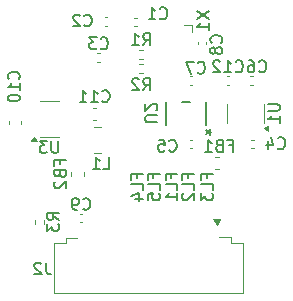
<source format=gbr>
%TF.GenerationSoftware,KiCad,Pcbnew,9.0.0*%
%TF.CreationDate,2025-05-23T22:04:32+09:00*%
%TF.ProjectId,imx219_mipi24,696d7832-3139-45f6-9d69-706932342e6b,rev?*%
%TF.SameCoordinates,Original*%
%TF.FileFunction,Legend,Bot*%
%TF.FilePolarity,Positive*%
%FSLAX46Y46*%
G04 Gerber Fmt 4.6, Leading zero omitted, Abs format (unit mm)*
G04 Created by KiCad (PCBNEW 9.0.0) date 2025-05-23 22:04:32*
%MOMM*%
%LPD*%
G01*
G04 APERTURE LIST*
%ADD10C,0.150000*%
%ADD11C,0.120000*%
%ADD12C,0.152400*%
%ADD13C,0.100000*%
G04 APERTURE END LIST*
D10*
X149566666Y-91254819D02*
X149899999Y-90778628D01*
X150138094Y-91254819D02*
X150138094Y-90254819D01*
X150138094Y-90254819D02*
X149757142Y-90254819D01*
X149757142Y-90254819D02*
X149661904Y-90302438D01*
X149661904Y-90302438D02*
X149614285Y-90350057D01*
X149614285Y-90350057D02*
X149566666Y-90445295D01*
X149566666Y-90445295D02*
X149566666Y-90588152D01*
X149566666Y-90588152D02*
X149614285Y-90683390D01*
X149614285Y-90683390D02*
X149661904Y-90731009D01*
X149661904Y-90731009D02*
X149757142Y-90778628D01*
X149757142Y-90778628D02*
X150138094Y-90778628D01*
X148614285Y-91254819D02*
X149185713Y-91254819D01*
X148899999Y-91254819D02*
X148899999Y-90254819D01*
X148899999Y-90254819D02*
X148995237Y-90397676D01*
X148995237Y-90397676D02*
X149090475Y-90492914D01*
X149090475Y-90492914D02*
X149185713Y-90540533D01*
X160104819Y-96238095D02*
X160914342Y-96238095D01*
X160914342Y-96238095D02*
X161009580Y-96285714D01*
X161009580Y-96285714D02*
X161057200Y-96333333D01*
X161057200Y-96333333D02*
X161104819Y-96428571D01*
X161104819Y-96428571D02*
X161104819Y-96619047D01*
X161104819Y-96619047D02*
X161057200Y-96714285D01*
X161057200Y-96714285D02*
X161009580Y-96761904D01*
X161009580Y-96761904D02*
X160914342Y-96809523D01*
X160914342Y-96809523D02*
X160104819Y-96809523D01*
X161104819Y-97809523D02*
X161104819Y-97238095D01*
X161104819Y-97523809D02*
X160104819Y-97523809D01*
X160104819Y-97523809D02*
X160247676Y-97428571D01*
X160247676Y-97428571D02*
X160342914Y-97333333D01*
X160342914Y-97333333D02*
X160390533Y-97238095D01*
X144566666Y-89559580D02*
X144614285Y-89607200D01*
X144614285Y-89607200D02*
X144757142Y-89654819D01*
X144757142Y-89654819D02*
X144852380Y-89654819D01*
X144852380Y-89654819D02*
X144995237Y-89607200D01*
X144995237Y-89607200D02*
X145090475Y-89511961D01*
X145090475Y-89511961D02*
X145138094Y-89416723D01*
X145138094Y-89416723D02*
X145185713Y-89226247D01*
X145185713Y-89226247D02*
X145185713Y-89083390D01*
X145185713Y-89083390D02*
X145138094Y-88892914D01*
X145138094Y-88892914D02*
X145090475Y-88797676D01*
X145090475Y-88797676D02*
X144995237Y-88702438D01*
X144995237Y-88702438D02*
X144852380Y-88654819D01*
X144852380Y-88654819D02*
X144757142Y-88654819D01*
X144757142Y-88654819D02*
X144614285Y-88702438D01*
X144614285Y-88702438D02*
X144566666Y-88750057D01*
X144185713Y-88750057D02*
X144138094Y-88702438D01*
X144138094Y-88702438D02*
X144042856Y-88654819D01*
X144042856Y-88654819D02*
X143804761Y-88654819D01*
X143804761Y-88654819D02*
X143709523Y-88702438D01*
X143709523Y-88702438D02*
X143661904Y-88750057D01*
X143661904Y-88750057D02*
X143614285Y-88845295D01*
X143614285Y-88845295D02*
X143614285Y-88940533D01*
X143614285Y-88940533D02*
X143661904Y-89083390D01*
X143661904Y-89083390D02*
X144233332Y-89654819D01*
X144233332Y-89654819D02*
X143614285Y-89654819D01*
X142424819Y-106033333D02*
X141948628Y-105700000D01*
X142424819Y-105461905D02*
X141424819Y-105461905D01*
X141424819Y-105461905D02*
X141424819Y-105842857D01*
X141424819Y-105842857D02*
X141472438Y-105938095D01*
X141472438Y-105938095D02*
X141520057Y-105985714D01*
X141520057Y-105985714D02*
X141615295Y-106033333D01*
X141615295Y-106033333D02*
X141758152Y-106033333D01*
X141758152Y-106033333D02*
X141853390Y-105985714D01*
X141853390Y-105985714D02*
X141901009Y-105938095D01*
X141901009Y-105938095D02*
X141948628Y-105842857D01*
X141948628Y-105842857D02*
X141948628Y-105461905D01*
X141424819Y-106366667D02*
X141424819Y-106985714D01*
X141424819Y-106985714D02*
X141805771Y-106652381D01*
X141805771Y-106652381D02*
X141805771Y-106795238D01*
X141805771Y-106795238D02*
X141853390Y-106890476D01*
X141853390Y-106890476D02*
X141901009Y-106938095D01*
X141901009Y-106938095D02*
X141996247Y-106985714D01*
X141996247Y-106985714D02*
X142234342Y-106985714D01*
X142234342Y-106985714D02*
X142329580Y-106938095D01*
X142329580Y-106938095D02*
X142377200Y-106890476D01*
X142377200Y-106890476D02*
X142424819Y-106795238D01*
X142424819Y-106795238D02*
X142424819Y-106509524D01*
X142424819Y-106509524D02*
X142377200Y-106414286D01*
X142377200Y-106414286D02*
X142329580Y-106366667D01*
X149031009Y-102511904D02*
X149031009Y-102178571D01*
X149554819Y-102178571D02*
X148554819Y-102178571D01*
X148554819Y-102178571D02*
X148554819Y-102654761D01*
X149554819Y-103511904D02*
X149554819Y-103035714D01*
X149554819Y-103035714D02*
X148554819Y-103035714D01*
X148888152Y-104273809D02*
X149554819Y-104273809D01*
X148507200Y-104035714D02*
X149221485Y-103797619D01*
X149221485Y-103797619D02*
X149221485Y-104416666D01*
X142501009Y-101316666D02*
X142501009Y-100983333D01*
X143024819Y-100983333D02*
X142024819Y-100983333D01*
X142024819Y-100983333D02*
X142024819Y-101459523D01*
X142501009Y-102173809D02*
X142548628Y-102316666D01*
X142548628Y-102316666D02*
X142596247Y-102364285D01*
X142596247Y-102364285D02*
X142691485Y-102411904D01*
X142691485Y-102411904D02*
X142834342Y-102411904D01*
X142834342Y-102411904D02*
X142929580Y-102364285D01*
X142929580Y-102364285D02*
X142977200Y-102316666D01*
X142977200Y-102316666D02*
X143024819Y-102221428D01*
X143024819Y-102221428D02*
X143024819Y-101840476D01*
X143024819Y-101840476D02*
X142024819Y-101840476D01*
X142024819Y-101840476D02*
X142024819Y-102173809D01*
X142024819Y-102173809D02*
X142072438Y-102269047D01*
X142072438Y-102269047D02*
X142120057Y-102316666D01*
X142120057Y-102316666D02*
X142215295Y-102364285D01*
X142215295Y-102364285D02*
X142310533Y-102364285D01*
X142310533Y-102364285D02*
X142405771Y-102316666D01*
X142405771Y-102316666D02*
X142453390Y-102269047D01*
X142453390Y-102269047D02*
X142501009Y-102173809D01*
X142501009Y-102173809D02*
X142501009Y-101840476D01*
X142120057Y-102792857D02*
X142072438Y-102840476D01*
X142072438Y-102840476D02*
X142024819Y-102935714D01*
X142024819Y-102935714D02*
X142024819Y-103173809D01*
X142024819Y-103173809D02*
X142072438Y-103269047D01*
X142072438Y-103269047D02*
X142120057Y-103316666D01*
X142120057Y-103316666D02*
X142215295Y-103364285D01*
X142215295Y-103364285D02*
X142310533Y-103364285D01*
X142310533Y-103364285D02*
X142453390Y-103316666D01*
X142453390Y-103316666D02*
X143024819Y-102745238D01*
X143024819Y-102745238D02*
X143024819Y-103364285D01*
X150431009Y-102511904D02*
X150431009Y-102178571D01*
X150954819Y-102178571D02*
X149954819Y-102178571D01*
X149954819Y-102178571D02*
X149954819Y-102654761D01*
X150954819Y-103511904D02*
X150954819Y-103035714D01*
X150954819Y-103035714D02*
X149954819Y-103035714D01*
X149954819Y-104321428D02*
X149954819Y-103845238D01*
X149954819Y-103845238D02*
X150431009Y-103797619D01*
X150431009Y-103797619D02*
X150383390Y-103845238D01*
X150383390Y-103845238D02*
X150335771Y-103940476D01*
X150335771Y-103940476D02*
X150335771Y-104178571D01*
X150335771Y-104178571D02*
X150383390Y-104273809D01*
X150383390Y-104273809D02*
X150431009Y-104321428D01*
X150431009Y-104321428D02*
X150526247Y-104369047D01*
X150526247Y-104369047D02*
X150764342Y-104369047D01*
X150764342Y-104369047D02*
X150859580Y-104321428D01*
X150859580Y-104321428D02*
X150907200Y-104273809D01*
X150907200Y-104273809D02*
X150954819Y-104178571D01*
X150954819Y-104178571D02*
X150954819Y-103940476D01*
X150954819Y-103940476D02*
X150907200Y-103845238D01*
X150907200Y-103845238D02*
X150859580Y-103797619D01*
X150745180Y-97761904D02*
X149935657Y-97761904D01*
X149935657Y-97761904D02*
X149840419Y-97714285D01*
X149840419Y-97714285D02*
X149792800Y-97666666D01*
X149792800Y-97666666D02*
X149745180Y-97571428D01*
X149745180Y-97571428D02*
X149745180Y-97380952D01*
X149745180Y-97380952D02*
X149792800Y-97285714D01*
X149792800Y-97285714D02*
X149840419Y-97238095D01*
X149840419Y-97238095D02*
X149935657Y-97190476D01*
X149935657Y-97190476D02*
X150745180Y-97190476D01*
X150649942Y-96761904D02*
X150697561Y-96714285D01*
X150697561Y-96714285D02*
X150745180Y-96619047D01*
X150745180Y-96619047D02*
X150745180Y-96380952D01*
X150745180Y-96380952D02*
X150697561Y-96285714D01*
X150697561Y-96285714D02*
X150649942Y-96238095D01*
X150649942Y-96238095D02*
X150554704Y-96190476D01*
X150554704Y-96190476D02*
X150459466Y-96190476D01*
X150459466Y-96190476D02*
X150316609Y-96238095D01*
X150316609Y-96238095D02*
X149745180Y-96809523D01*
X149745180Y-96809523D02*
X149745180Y-96190476D01*
X155345180Y-98599999D02*
X155107085Y-98599999D01*
X155202323Y-98838094D02*
X155107085Y-98599999D01*
X155107085Y-98599999D02*
X155202323Y-98361904D01*
X154916609Y-98742856D02*
X155107085Y-98599999D01*
X155107085Y-98599999D02*
X154916609Y-98457142D01*
X141333333Y-109654819D02*
X141333333Y-110369104D01*
X141333333Y-110369104D02*
X141380952Y-110511961D01*
X141380952Y-110511961D02*
X141476190Y-110607200D01*
X141476190Y-110607200D02*
X141619047Y-110654819D01*
X141619047Y-110654819D02*
X141714285Y-110654819D01*
X140904761Y-109750057D02*
X140857142Y-109702438D01*
X140857142Y-109702438D02*
X140761904Y-109654819D01*
X140761904Y-109654819D02*
X140523809Y-109654819D01*
X140523809Y-109654819D02*
X140428571Y-109702438D01*
X140428571Y-109702438D02*
X140380952Y-109750057D01*
X140380952Y-109750057D02*
X140333333Y-109845295D01*
X140333333Y-109845295D02*
X140333333Y-109940533D01*
X140333333Y-109940533D02*
X140380952Y-110083390D01*
X140380952Y-110083390D02*
X140952380Y-110654819D01*
X140952380Y-110654819D02*
X140333333Y-110654819D01*
X156159580Y-91033333D02*
X156207200Y-90985714D01*
X156207200Y-90985714D02*
X156254819Y-90842857D01*
X156254819Y-90842857D02*
X156254819Y-90747619D01*
X156254819Y-90747619D02*
X156207200Y-90604762D01*
X156207200Y-90604762D02*
X156111961Y-90509524D01*
X156111961Y-90509524D02*
X156016723Y-90461905D01*
X156016723Y-90461905D02*
X155826247Y-90414286D01*
X155826247Y-90414286D02*
X155683390Y-90414286D01*
X155683390Y-90414286D02*
X155492914Y-90461905D01*
X155492914Y-90461905D02*
X155397676Y-90509524D01*
X155397676Y-90509524D02*
X155302438Y-90604762D01*
X155302438Y-90604762D02*
X155254819Y-90747619D01*
X155254819Y-90747619D02*
X155254819Y-90842857D01*
X155254819Y-90842857D02*
X155302438Y-90985714D01*
X155302438Y-90985714D02*
X155350057Y-91033333D01*
X155683390Y-91604762D02*
X155635771Y-91509524D01*
X155635771Y-91509524D02*
X155588152Y-91461905D01*
X155588152Y-91461905D02*
X155492914Y-91414286D01*
X155492914Y-91414286D02*
X155445295Y-91414286D01*
X155445295Y-91414286D02*
X155350057Y-91461905D01*
X155350057Y-91461905D02*
X155302438Y-91509524D01*
X155302438Y-91509524D02*
X155254819Y-91604762D01*
X155254819Y-91604762D02*
X155254819Y-91795238D01*
X155254819Y-91795238D02*
X155302438Y-91890476D01*
X155302438Y-91890476D02*
X155350057Y-91938095D01*
X155350057Y-91938095D02*
X155445295Y-91985714D01*
X155445295Y-91985714D02*
X155492914Y-91985714D01*
X155492914Y-91985714D02*
X155588152Y-91938095D01*
X155588152Y-91938095D02*
X155635771Y-91890476D01*
X155635771Y-91890476D02*
X155683390Y-91795238D01*
X155683390Y-91795238D02*
X155683390Y-91604762D01*
X155683390Y-91604762D02*
X155731009Y-91509524D01*
X155731009Y-91509524D02*
X155778628Y-91461905D01*
X155778628Y-91461905D02*
X155873866Y-91414286D01*
X155873866Y-91414286D02*
X156064342Y-91414286D01*
X156064342Y-91414286D02*
X156159580Y-91461905D01*
X156159580Y-91461905D02*
X156207200Y-91509524D01*
X156207200Y-91509524D02*
X156254819Y-91604762D01*
X156254819Y-91604762D02*
X156254819Y-91795238D01*
X156254819Y-91795238D02*
X156207200Y-91890476D01*
X156207200Y-91890476D02*
X156159580Y-91938095D01*
X156159580Y-91938095D02*
X156064342Y-91985714D01*
X156064342Y-91985714D02*
X155873866Y-91985714D01*
X155873866Y-91985714D02*
X155778628Y-91938095D01*
X155778628Y-91938095D02*
X155731009Y-91890476D01*
X155731009Y-91890476D02*
X155683390Y-91795238D01*
X153331009Y-102511904D02*
X153331009Y-102178571D01*
X153854819Y-102178571D02*
X152854819Y-102178571D01*
X152854819Y-102178571D02*
X152854819Y-102654761D01*
X153854819Y-103511904D02*
X153854819Y-103035714D01*
X153854819Y-103035714D02*
X152854819Y-103035714D01*
X152950057Y-103797619D02*
X152902438Y-103845238D01*
X152902438Y-103845238D02*
X152854819Y-103940476D01*
X152854819Y-103940476D02*
X152854819Y-104178571D01*
X152854819Y-104178571D02*
X152902438Y-104273809D01*
X152902438Y-104273809D02*
X152950057Y-104321428D01*
X152950057Y-104321428D02*
X153045295Y-104369047D01*
X153045295Y-104369047D02*
X153140533Y-104369047D01*
X153140533Y-104369047D02*
X153283390Y-104321428D01*
X153283390Y-104321428D02*
X153854819Y-103750000D01*
X153854819Y-103750000D02*
X153854819Y-104369047D01*
X149566666Y-95054819D02*
X149899999Y-94578628D01*
X150138094Y-95054819D02*
X150138094Y-94054819D01*
X150138094Y-94054819D02*
X149757142Y-94054819D01*
X149757142Y-94054819D02*
X149661904Y-94102438D01*
X149661904Y-94102438D02*
X149614285Y-94150057D01*
X149614285Y-94150057D02*
X149566666Y-94245295D01*
X149566666Y-94245295D02*
X149566666Y-94388152D01*
X149566666Y-94388152D02*
X149614285Y-94483390D01*
X149614285Y-94483390D02*
X149661904Y-94531009D01*
X149661904Y-94531009D02*
X149757142Y-94578628D01*
X149757142Y-94578628D02*
X150138094Y-94578628D01*
X149185713Y-94150057D02*
X149138094Y-94102438D01*
X149138094Y-94102438D02*
X149042856Y-94054819D01*
X149042856Y-94054819D02*
X148804761Y-94054819D01*
X148804761Y-94054819D02*
X148709523Y-94102438D01*
X148709523Y-94102438D02*
X148661904Y-94150057D01*
X148661904Y-94150057D02*
X148614285Y-94245295D01*
X148614285Y-94245295D02*
X148614285Y-94340533D01*
X148614285Y-94340533D02*
X148661904Y-94483390D01*
X148661904Y-94483390D02*
X149233332Y-95054819D01*
X149233332Y-95054819D02*
X148614285Y-95054819D01*
X160966666Y-99959580D02*
X161014285Y-100007200D01*
X161014285Y-100007200D02*
X161157142Y-100054819D01*
X161157142Y-100054819D02*
X161252380Y-100054819D01*
X161252380Y-100054819D02*
X161395237Y-100007200D01*
X161395237Y-100007200D02*
X161490475Y-99911961D01*
X161490475Y-99911961D02*
X161538094Y-99816723D01*
X161538094Y-99816723D02*
X161585713Y-99626247D01*
X161585713Y-99626247D02*
X161585713Y-99483390D01*
X161585713Y-99483390D02*
X161538094Y-99292914D01*
X161538094Y-99292914D02*
X161490475Y-99197676D01*
X161490475Y-99197676D02*
X161395237Y-99102438D01*
X161395237Y-99102438D02*
X161252380Y-99054819D01*
X161252380Y-99054819D02*
X161157142Y-99054819D01*
X161157142Y-99054819D02*
X161014285Y-99102438D01*
X161014285Y-99102438D02*
X160966666Y-99150057D01*
X160109523Y-99388152D02*
X160109523Y-100054819D01*
X160347618Y-99007200D02*
X160585713Y-99721485D01*
X160585713Y-99721485D02*
X159966666Y-99721485D01*
X139009580Y-94107142D02*
X139057200Y-94059523D01*
X139057200Y-94059523D02*
X139104819Y-93916666D01*
X139104819Y-93916666D02*
X139104819Y-93821428D01*
X139104819Y-93821428D02*
X139057200Y-93678571D01*
X139057200Y-93678571D02*
X138961961Y-93583333D01*
X138961961Y-93583333D02*
X138866723Y-93535714D01*
X138866723Y-93535714D02*
X138676247Y-93488095D01*
X138676247Y-93488095D02*
X138533390Y-93488095D01*
X138533390Y-93488095D02*
X138342914Y-93535714D01*
X138342914Y-93535714D02*
X138247676Y-93583333D01*
X138247676Y-93583333D02*
X138152438Y-93678571D01*
X138152438Y-93678571D02*
X138104819Y-93821428D01*
X138104819Y-93821428D02*
X138104819Y-93916666D01*
X138104819Y-93916666D02*
X138152438Y-94059523D01*
X138152438Y-94059523D02*
X138200057Y-94107142D01*
X139104819Y-95059523D02*
X139104819Y-94488095D01*
X139104819Y-94773809D02*
X138104819Y-94773809D01*
X138104819Y-94773809D02*
X138247676Y-94678571D01*
X138247676Y-94678571D02*
X138342914Y-94583333D01*
X138342914Y-94583333D02*
X138390533Y-94488095D01*
X138104819Y-95678571D02*
X138104819Y-95773809D01*
X138104819Y-95773809D02*
X138152438Y-95869047D01*
X138152438Y-95869047D02*
X138200057Y-95916666D01*
X138200057Y-95916666D02*
X138295295Y-95964285D01*
X138295295Y-95964285D02*
X138485771Y-96011904D01*
X138485771Y-96011904D02*
X138723866Y-96011904D01*
X138723866Y-96011904D02*
X138914342Y-95964285D01*
X138914342Y-95964285D02*
X139009580Y-95916666D01*
X139009580Y-95916666D02*
X139057200Y-95869047D01*
X139057200Y-95869047D02*
X139104819Y-95773809D01*
X139104819Y-95773809D02*
X139104819Y-95678571D01*
X139104819Y-95678571D02*
X139057200Y-95583333D01*
X139057200Y-95583333D02*
X139009580Y-95535714D01*
X139009580Y-95535714D02*
X138914342Y-95488095D01*
X138914342Y-95488095D02*
X138723866Y-95440476D01*
X138723866Y-95440476D02*
X138485771Y-95440476D01*
X138485771Y-95440476D02*
X138295295Y-95488095D01*
X138295295Y-95488095D02*
X138200057Y-95535714D01*
X138200057Y-95535714D02*
X138152438Y-95583333D01*
X138152438Y-95583333D02*
X138104819Y-95678571D01*
X151931009Y-102511904D02*
X151931009Y-102178571D01*
X152454819Y-102178571D02*
X151454819Y-102178571D01*
X151454819Y-102178571D02*
X151454819Y-102654761D01*
X152454819Y-103511904D02*
X152454819Y-103035714D01*
X152454819Y-103035714D02*
X151454819Y-103035714D01*
X152454819Y-104369047D02*
X152454819Y-103797619D01*
X152454819Y-104083333D02*
X151454819Y-104083333D01*
X151454819Y-104083333D02*
X151597676Y-103988095D01*
X151597676Y-103988095D02*
X151692914Y-103892857D01*
X151692914Y-103892857D02*
X151740533Y-103797619D01*
X150966666Y-88959580D02*
X151014285Y-89007200D01*
X151014285Y-89007200D02*
X151157142Y-89054819D01*
X151157142Y-89054819D02*
X151252380Y-89054819D01*
X151252380Y-89054819D02*
X151395237Y-89007200D01*
X151395237Y-89007200D02*
X151490475Y-88911961D01*
X151490475Y-88911961D02*
X151538094Y-88816723D01*
X151538094Y-88816723D02*
X151585713Y-88626247D01*
X151585713Y-88626247D02*
X151585713Y-88483390D01*
X151585713Y-88483390D02*
X151538094Y-88292914D01*
X151538094Y-88292914D02*
X151490475Y-88197676D01*
X151490475Y-88197676D02*
X151395237Y-88102438D01*
X151395237Y-88102438D02*
X151252380Y-88054819D01*
X151252380Y-88054819D02*
X151157142Y-88054819D01*
X151157142Y-88054819D02*
X151014285Y-88102438D01*
X151014285Y-88102438D02*
X150966666Y-88150057D01*
X150014285Y-89054819D02*
X150585713Y-89054819D01*
X150299999Y-89054819D02*
X150299999Y-88054819D01*
X150299999Y-88054819D02*
X150395237Y-88197676D01*
X150395237Y-88197676D02*
X150490475Y-88292914D01*
X150490475Y-88292914D02*
X150585713Y-88340533D01*
X157392857Y-93449580D02*
X157440476Y-93497200D01*
X157440476Y-93497200D02*
X157583333Y-93544819D01*
X157583333Y-93544819D02*
X157678571Y-93544819D01*
X157678571Y-93544819D02*
X157821428Y-93497200D01*
X157821428Y-93497200D02*
X157916666Y-93401961D01*
X157916666Y-93401961D02*
X157964285Y-93306723D01*
X157964285Y-93306723D02*
X158011904Y-93116247D01*
X158011904Y-93116247D02*
X158011904Y-92973390D01*
X158011904Y-92973390D02*
X157964285Y-92782914D01*
X157964285Y-92782914D02*
X157916666Y-92687676D01*
X157916666Y-92687676D02*
X157821428Y-92592438D01*
X157821428Y-92592438D02*
X157678571Y-92544819D01*
X157678571Y-92544819D02*
X157583333Y-92544819D01*
X157583333Y-92544819D02*
X157440476Y-92592438D01*
X157440476Y-92592438D02*
X157392857Y-92640057D01*
X156440476Y-93544819D02*
X157011904Y-93544819D01*
X156726190Y-93544819D02*
X156726190Y-92544819D01*
X156726190Y-92544819D02*
X156821428Y-92687676D01*
X156821428Y-92687676D02*
X156916666Y-92782914D01*
X156916666Y-92782914D02*
X157011904Y-92830533D01*
X156059523Y-92640057D02*
X156011904Y-92592438D01*
X156011904Y-92592438D02*
X155916666Y-92544819D01*
X155916666Y-92544819D02*
X155678571Y-92544819D01*
X155678571Y-92544819D02*
X155583333Y-92592438D01*
X155583333Y-92592438D02*
X155535714Y-92640057D01*
X155535714Y-92640057D02*
X155488095Y-92735295D01*
X155488095Y-92735295D02*
X155488095Y-92830533D01*
X155488095Y-92830533D02*
X155535714Y-92973390D01*
X155535714Y-92973390D02*
X156107142Y-93544819D01*
X156107142Y-93544819D02*
X155488095Y-93544819D01*
X154154819Y-88390476D02*
X155154819Y-89057142D01*
X154154819Y-89057142D02*
X155154819Y-88390476D01*
X155154819Y-89961904D02*
X155154819Y-89390476D01*
X155154819Y-89676190D02*
X154154819Y-89676190D01*
X154154819Y-89676190D02*
X154297676Y-89580952D01*
X154297676Y-89580952D02*
X154392914Y-89485714D01*
X154392914Y-89485714D02*
X154440533Y-89390476D01*
X146092857Y-95979580D02*
X146140476Y-96027200D01*
X146140476Y-96027200D02*
X146283333Y-96074819D01*
X146283333Y-96074819D02*
X146378571Y-96074819D01*
X146378571Y-96074819D02*
X146521428Y-96027200D01*
X146521428Y-96027200D02*
X146616666Y-95931961D01*
X146616666Y-95931961D02*
X146664285Y-95836723D01*
X146664285Y-95836723D02*
X146711904Y-95646247D01*
X146711904Y-95646247D02*
X146711904Y-95503390D01*
X146711904Y-95503390D02*
X146664285Y-95312914D01*
X146664285Y-95312914D02*
X146616666Y-95217676D01*
X146616666Y-95217676D02*
X146521428Y-95122438D01*
X146521428Y-95122438D02*
X146378571Y-95074819D01*
X146378571Y-95074819D02*
X146283333Y-95074819D01*
X146283333Y-95074819D02*
X146140476Y-95122438D01*
X146140476Y-95122438D02*
X146092857Y-95170057D01*
X145140476Y-96074819D02*
X145711904Y-96074819D01*
X145426190Y-96074819D02*
X145426190Y-95074819D01*
X145426190Y-95074819D02*
X145521428Y-95217676D01*
X145521428Y-95217676D02*
X145616666Y-95312914D01*
X145616666Y-95312914D02*
X145711904Y-95360533D01*
X144188095Y-96074819D02*
X144759523Y-96074819D01*
X144473809Y-96074819D02*
X144473809Y-95074819D01*
X144473809Y-95074819D02*
X144569047Y-95217676D01*
X144569047Y-95217676D02*
X144664285Y-95312914D01*
X144664285Y-95312914D02*
X144759523Y-95360533D01*
X144466666Y-105099580D02*
X144514285Y-105147200D01*
X144514285Y-105147200D02*
X144657142Y-105194819D01*
X144657142Y-105194819D02*
X144752380Y-105194819D01*
X144752380Y-105194819D02*
X144895237Y-105147200D01*
X144895237Y-105147200D02*
X144990475Y-105051961D01*
X144990475Y-105051961D02*
X145038094Y-104956723D01*
X145038094Y-104956723D02*
X145085713Y-104766247D01*
X145085713Y-104766247D02*
X145085713Y-104623390D01*
X145085713Y-104623390D02*
X145038094Y-104432914D01*
X145038094Y-104432914D02*
X144990475Y-104337676D01*
X144990475Y-104337676D02*
X144895237Y-104242438D01*
X144895237Y-104242438D02*
X144752380Y-104194819D01*
X144752380Y-104194819D02*
X144657142Y-104194819D01*
X144657142Y-104194819D02*
X144514285Y-104242438D01*
X144514285Y-104242438D02*
X144466666Y-104290057D01*
X143990475Y-105194819D02*
X143799999Y-105194819D01*
X143799999Y-105194819D02*
X143704761Y-105147200D01*
X143704761Y-105147200D02*
X143657142Y-105099580D01*
X143657142Y-105099580D02*
X143561904Y-104956723D01*
X143561904Y-104956723D02*
X143514285Y-104766247D01*
X143514285Y-104766247D02*
X143514285Y-104385295D01*
X143514285Y-104385295D02*
X143561904Y-104290057D01*
X143561904Y-104290057D02*
X143609523Y-104242438D01*
X143609523Y-104242438D02*
X143704761Y-104194819D01*
X143704761Y-104194819D02*
X143895237Y-104194819D01*
X143895237Y-104194819D02*
X143990475Y-104242438D01*
X143990475Y-104242438D02*
X144038094Y-104290057D01*
X144038094Y-104290057D02*
X144085713Y-104385295D01*
X144085713Y-104385295D02*
X144085713Y-104623390D01*
X144085713Y-104623390D02*
X144038094Y-104718628D01*
X144038094Y-104718628D02*
X143990475Y-104766247D01*
X143990475Y-104766247D02*
X143895237Y-104813866D01*
X143895237Y-104813866D02*
X143704761Y-104813866D01*
X143704761Y-104813866D02*
X143609523Y-104766247D01*
X143609523Y-104766247D02*
X143561904Y-104718628D01*
X143561904Y-104718628D02*
X143514285Y-104623390D01*
X156833333Y-99731009D02*
X157166666Y-99731009D01*
X157166666Y-100254819D02*
X157166666Y-99254819D01*
X157166666Y-99254819D02*
X156690476Y-99254819D01*
X155976190Y-99731009D02*
X155833333Y-99778628D01*
X155833333Y-99778628D02*
X155785714Y-99826247D01*
X155785714Y-99826247D02*
X155738095Y-99921485D01*
X155738095Y-99921485D02*
X155738095Y-100064342D01*
X155738095Y-100064342D02*
X155785714Y-100159580D01*
X155785714Y-100159580D02*
X155833333Y-100207200D01*
X155833333Y-100207200D02*
X155928571Y-100254819D01*
X155928571Y-100254819D02*
X156309523Y-100254819D01*
X156309523Y-100254819D02*
X156309523Y-99254819D01*
X156309523Y-99254819D02*
X155976190Y-99254819D01*
X155976190Y-99254819D02*
X155880952Y-99302438D01*
X155880952Y-99302438D02*
X155833333Y-99350057D01*
X155833333Y-99350057D02*
X155785714Y-99445295D01*
X155785714Y-99445295D02*
X155785714Y-99540533D01*
X155785714Y-99540533D02*
X155833333Y-99635771D01*
X155833333Y-99635771D02*
X155880952Y-99683390D01*
X155880952Y-99683390D02*
X155976190Y-99731009D01*
X155976190Y-99731009D02*
X156309523Y-99731009D01*
X154785714Y-100254819D02*
X155357142Y-100254819D01*
X155071428Y-100254819D02*
X155071428Y-99254819D01*
X155071428Y-99254819D02*
X155166666Y-99397676D01*
X155166666Y-99397676D02*
X155261904Y-99492914D01*
X155261904Y-99492914D02*
X155357142Y-99540533D01*
X159366666Y-93449580D02*
X159414285Y-93497200D01*
X159414285Y-93497200D02*
X159557142Y-93544819D01*
X159557142Y-93544819D02*
X159652380Y-93544819D01*
X159652380Y-93544819D02*
X159795237Y-93497200D01*
X159795237Y-93497200D02*
X159890475Y-93401961D01*
X159890475Y-93401961D02*
X159938094Y-93306723D01*
X159938094Y-93306723D02*
X159985713Y-93116247D01*
X159985713Y-93116247D02*
X159985713Y-92973390D01*
X159985713Y-92973390D02*
X159938094Y-92782914D01*
X159938094Y-92782914D02*
X159890475Y-92687676D01*
X159890475Y-92687676D02*
X159795237Y-92592438D01*
X159795237Y-92592438D02*
X159652380Y-92544819D01*
X159652380Y-92544819D02*
X159557142Y-92544819D01*
X159557142Y-92544819D02*
X159414285Y-92592438D01*
X159414285Y-92592438D02*
X159366666Y-92640057D01*
X158509523Y-92544819D02*
X158699999Y-92544819D01*
X158699999Y-92544819D02*
X158795237Y-92592438D01*
X158795237Y-92592438D02*
X158842856Y-92640057D01*
X158842856Y-92640057D02*
X158938094Y-92782914D01*
X158938094Y-92782914D02*
X158985713Y-92973390D01*
X158985713Y-92973390D02*
X158985713Y-93354342D01*
X158985713Y-93354342D02*
X158938094Y-93449580D01*
X158938094Y-93449580D02*
X158890475Y-93497200D01*
X158890475Y-93497200D02*
X158795237Y-93544819D01*
X158795237Y-93544819D02*
X158604761Y-93544819D01*
X158604761Y-93544819D02*
X158509523Y-93497200D01*
X158509523Y-93497200D02*
X158461904Y-93449580D01*
X158461904Y-93449580D02*
X158414285Y-93354342D01*
X158414285Y-93354342D02*
X158414285Y-93116247D01*
X158414285Y-93116247D02*
X158461904Y-93021009D01*
X158461904Y-93021009D02*
X158509523Y-92973390D01*
X158509523Y-92973390D02*
X158604761Y-92925771D01*
X158604761Y-92925771D02*
X158795237Y-92925771D01*
X158795237Y-92925771D02*
X158890475Y-92973390D01*
X158890475Y-92973390D02*
X158938094Y-93021009D01*
X158938094Y-93021009D02*
X158985713Y-93116247D01*
X154931009Y-102511904D02*
X154931009Y-102178571D01*
X155454819Y-102178571D02*
X154454819Y-102178571D01*
X154454819Y-102178571D02*
X154454819Y-102654761D01*
X155454819Y-103511904D02*
X155454819Y-103035714D01*
X155454819Y-103035714D02*
X154454819Y-103035714D01*
X154454819Y-103750000D02*
X154454819Y-104369047D01*
X154454819Y-104369047D02*
X154835771Y-104035714D01*
X154835771Y-104035714D02*
X154835771Y-104178571D01*
X154835771Y-104178571D02*
X154883390Y-104273809D01*
X154883390Y-104273809D02*
X154931009Y-104321428D01*
X154931009Y-104321428D02*
X155026247Y-104369047D01*
X155026247Y-104369047D02*
X155264342Y-104369047D01*
X155264342Y-104369047D02*
X155359580Y-104321428D01*
X155359580Y-104321428D02*
X155407200Y-104273809D01*
X155407200Y-104273809D02*
X155454819Y-104178571D01*
X155454819Y-104178571D02*
X155454819Y-103892857D01*
X155454819Y-103892857D02*
X155407200Y-103797619D01*
X155407200Y-103797619D02*
X155359580Y-103750000D01*
X146166666Y-101754819D02*
X146642856Y-101754819D01*
X146642856Y-101754819D02*
X146642856Y-100754819D01*
X145309523Y-101754819D02*
X145880951Y-101754819D01*
X145595237Y-101754819D02*
X145595237Y-100754819D01*
X145595237Y-100754819D02*
X145690475Y-100897676D01*
X145690475Y-100897676D02*
X145785713Y-100992914D01*
X145785713Y-100992914D02*
X145880951Y-101040533D01*
X145966666Y-91499580D02*
X146014285Y-91547200D01*
X146014285Y-91547200D02*
X146157142Y-91594819D01*
X146157142Y-91594819D02*
X146252380Y-91594819D01*
X146252380Y-91594819D02*
X146395237Y-91547200D01*
X146395237Y-91547200D02*
X146490475Y-91451961D01*
X146490475Y-91451961D02*
X146538094Y-91356723D01*
X146538094Y-91356723D02*
X146585713Y-91166247D01*
X146585713Y-91166247D02*
X146585713Y-91023390D01*
X146585713Y-91023390D02*
X146538094Y-90832914D01*
X146538094Y-90832914D02*
X146490475Y-90737676D01*
X146490475Y-90737676D02*
X146395237Y-90642438D01*
X146395237Y-90642438D02*
X146252380Y-90594819D01*
X146252380Y-90594819D02*
X146157142Y-90594819D01*
X146157142Y-90594819D02*
X146014285Y-90642438D01*
X146014285Y-90642438D02*
X145966666Y-90690057D01*
X145633332Y-90594819D02*
X145014285Y-90594819D01*
X145014285Y-90594819D02*
X145347618Y-90975771D01*
X145347618Y-90975771D02*
X145204761Y-90975771D01*
X145204761Y-90975771D02*
X145109523Y-91023390D01*
X145109523Y-91023390D02*
X145061904Y-91071009D01*
X145061904Y-91071009D02*
X145014285Y-91166247D01*
X145014285Y-91166247D02*
X145014285Y-91404342D01*
X145014285Y-91404342D02*
X145061904Y-91499580D01*
X145061904Y-91499580D02*
X145109523Y-91547200D01*
X145109523Y-91547200D02*
X145204761Y-91594819D01*
X145204761Y-91594819D02*
X145490475Y-91594819D01*
X145490475Y-91594819D02*
X145585713Y-91547200D01*
X145585713Y-91547200D02*
X145633332Y-91499580D01*
X154166666Y-93559580D02*
X154214285Y-93607200D01*
X154214285Y-93607200D02*
X154357142Y-93654819D01*
X154357142Y-93654819D02*
X154452380Y-93654819D01*
X154452380Y-93654819D02*
X154595237Y-93607200D01*
X154595237Y-93607200D02*
X154690475Y-93511961D01*
X154690475Y-93511961D02*
X154738094Y-93416723D01*
X154738094Y-93416723D02*
X154785713Y-93226247D01*
X154785713Y-93226247D02*
X154785713Y-93083390D01*
X154785713Y-93083390D02*
X154738094Y-92892914D01*
X154738094Y-92892914D02*
X154690475Y-92797676D01*
X154690475Y-92797676D02*
X154595237Y-92702438D01*
X154595237Y-92702438D02*
X154452380Y-92654819D01*
X154452380Y-92654819D02*
X154357142Y-92654819D01*
X154357142Y-92654819D02*
X154214285Y-92702438D01*
X154214285Y-92702438D02*
X154166666Y-92750057D01*
X153833332Y-92654819D02*
X153166666Y-92654819D01*
X153166666Y-92654819D02*
X153595237Y-93654819D01*
X151766666Y-100159580D02*
X151814285Y-100207200D01*
X151814285Y-100207200D02*
X151957142Y-100254819D01*
X151957142Y-100254819D02*
X152052380Y-100254819D01*
X152052380Y-100254819D02*
X152195237Y-100207200D01*
X152195237Y-100207200D02*
X152290475Y-100111961D01*
X152290475Y-100111961D02*
X152338094Y-100016723D01*
X152338094Y-100016723D02*
X152385713Y-99826247D01*
X152385713Y-99826247D02*
X152385713Y-99683390D01*
X152385713Y-99683390D02*
X152338094Y-99492914D01*
X152338094Y-99492914D02*
X152290475Y-99397676D01*
X152290475Y-99397676D02*
X152195237Y-99302438D01*
X152195237Y-99302438D02*
X152052380Y-99254819D01*
X152052380Y-99254819D02*
X151957142Y-99254819D01*
X151957142Y-99254819D02*
X151814285Y-99302438D01*
X151814285Y-99302438D02*
X151766666Y-99350057D01*
X150861904Y-99254819D02*
X151338094Y-99254819D01*
X151338094Y-99254819D02*
X151385713Y-99731009D01*
X151385713Y-99731009D02*
X151338094Y-99683390D01*
X151338094Y-99683390D02*
X151242856Y-99635771D01*
X151242856Y-99635771D02*
X151004761Y-99635771D01*
X151004761Y-99635771D02*
X150909523Y-99683390D01*
X150909523Y-99683390D02*
X150861904Y-99731009D01*
X150861904Y-99731009D02*
X150814285Y-99826247D01*
X150814285Y-99826247D02*
X150814285Y-100064342D01*
X150814285Y-100064342D02*
X150861904Y-100159580D01*
X150861904Y-100159580D02*
X150909523Y-100207200D01*
X150909523Y-100207200D02*
X151004761Y-100254819D01*
X151004761Y-100254819D02*
X151242856Y-100254819D01*
X151242856Y-100254819D02*
X151338094Y-100207200D01*
X151338094Y-100207200D02*
X151385713Y-100159580D01*
X142361904Y-99354819D02*
X142361904Y-100164342D01*
X142361904Y-100164342D02*
X142314285Y-100259580D01*
X142314285Y-100259580D02*
X142266666Y-100307200D01*
X142266666Y-100307200D02*
X142171428Y-100354819D01*
X142171428Y-100354819D02*
X141980952Y-100354819D01*
X141980952Y-100354819D02*
X141885714Y-100307200D01*
X141885714Y-100307200D02*
X141838095Y-100259580D01*
X141838095Y-100259580D02*
X141790476Y-100164342D01*
X141790476Y-100164342D02*
X141790476Y-99354819D01*
X141409523Y-99354819D02*
X140790476Y-99354819D01*
X140790476Y-99354819D02*
X141123809Y-99735771D01*
X141123809Y-99735771D02*
X140980952Y-99735771D01*
X140980952Y-99735771D02*
X140885714Y-99783390D01*
X140885714Y-99783390D02*
X140838095Y-99831009D01*
X140838095Y-99831009D02*
X140790476Y-99926247D01*
X140790476Y-99926247D02*
X140790476Y-100164342D01*
X140790476Y-100164342D02*
X140838095Y-100259580D01*
X140838095Y-100259580D02*
X140885714Y-100307200D01*
X140885714Y-100307200D02*
X140980952Y-100354819D01*
X140980952Y-100354819D02*
X141266666Y-100354819D01*
X141266666Y-100354819D02*
X141361904Y-100307200D01*
X141361904Y-100307200D02*
X141409523Y-100259580D01*
D11*
%TO.C,R1*%
X149553641Y-91670000D02*
X149246359Y-91670000D01*
X149553641Y-92430000D02*
X149246359Y-92430000D01*
%TO.C,U1*%
X156690000Y-97000000D02*
X156690000Y-96200000D01*
X156690000Y-97000000D02*
X156690000Y-97800000D01*
X159810000Y-97000000D02*
X159810000Y-96200000D01*
X159810000Y-97000000D02*
X159810000Y-97800000D01*
X160090000Y-98540000D02*
X159760000Y-98300000D01*
X160090000Y-98060000D01*
X160090000Y-98540000D01*
G36*
X160090000Y-98540000D02*
G01*
X159760000Y-98300000D01*
X160090000Y-98060000D01*
X160090000Y-98540000D01*
G37*
%TO.C,C2*%
X146507836Y-88890000D02*
X146292164Y-88890000D01*
X146507836Y-89610000D02*
X146292164Y-89610000D01*
%TO.C,R3*%
X140420000Y-106353641D02*
X140420000Y-106046359D01*
X141180000Y-106353641D02*
X141180000Y-106046359D01*
%TO.C,FB2*%
X143490000Y-101987221D02*
X143490000Y-102312779D01*
X144510000Y-101987221D02*
X144510000Y-102312779D01*
D12*
%TO.C,U2*%
X151523001Y-97977000D02*
X151523001Y-96023000D01*
X152832739Y-96023000D02*
X153567261Y-96023000D01*
X154876999Y-96023000D02*
X154876999Y-97977000D01*
D13*
%TO.C,J2*%
X142000000Y-108000000D02*
X143000000Y-108000000D01*
X142000000Y-112250000D02*
X142000000Y-108000000D01*
X143000000Y-107600000D02*
X144000000Y-107600000D01*
X143000000Y-108000000D02*
X143000000Y-107600000D01*
X156000000Y-107500000D02*
X157000000Y-107500000D01*
X157000000Y-107500000D02*
X157000000Y-108000000D01*
X157000000Y-108000000D02*
X158000000Y-108000000D01*
X158000000Y-108000000D02*
X158000000Y-112250000D01*
X158000000Y-112250000D02*
X142000000Y-112250000D01*
X155800000Y-106500000D02*
X155500000Y-106000000D01*
X156100000Y-106000000D01*
X155800000Y-106500000D01*
G36*
X155800000Y-106500000D02*
G01*
X155500000Y-106000000D01*
X156100000Y-106000000D01*
X155800000Y-106500000D01*
G37*
D11*
%TO.C,C8*%
X154190000Y-90942164D02*
X154190000Y-91157836D01*
X154910000Y-90942164D02*
X154910000Y-91157836D01*
%TO.C,R2*%
X149553641Y-92820000D02*
X149246359Y-92820000D01*
X149553641Y-93580000D02*
X149246359Y-93580000D01*
%TO.C,C4*%
X158927836Y-99240000D02*
X158712164Y-99240000D01*
X158927836Y-99960000D02*
X158712164Y-99960000D01*
%TO.C,C10*%
X138190000Y-97940580D02*
X138190000Y-97659420D01*
X139210000Y-97940580D02*
X139210000Y-97659420D01*
%TO.C,C1*%
X149007836Y-88940000D02*
X148792164Y-88940000D01*
X149007836Y-89660000D02*
X148792164Y-89660000D01*
%TO.C,C12*%
X156857836Y-93890000D02*
X156642164Y-93890000D01*
X156857836Y-94610000D02*
X156642164Y-94610000D01*
D13*
%TO.C,X1*%
X153000000Y-89500000D02*
X153700000Y-89500000D01*
X153700000Y-90100000D02*
X153700000Y-89500000D01*
D11*
%TO.C,C11*%
X145590580Y-96540000D02*
X145309420Y-96540000D01*
X145590580Y-97560000D02*
X145309420Y-97560000D01*
%TO.C,C9*%
X144407836Y-105540000D02*
X144192164Y-105540000D01*
X144407836Y-106260000D02*
X144192164Y-106260000D01*
%TO.C,FB1*%
X155975279Y-100690000D02*
X155649721Y-100690000D01*
X155975279Y-101710000D02*
X155649721Y-101710000D01*
%TO.C,C6*%
X158857836Y-93890000D02*
X158642164Y-93890000D01*
X158857836Y-94610000D02*
X158642164Y-94610000D01*
%TO.C,L1*%
X145438748Y-98140000D02*
X145961252Y-98140000D01*
X145438748Y-100360000D02*
X145961252Y-100360000D01*
%TO.C,C3*%
X145907836Y-91940000D02*
X145692164Y-91940000D01*
X145907836Y-92660000D02*
X145692164Y-92660000D01*
%TO.C,C7*%
X153707836Y-93890000D02*
X153492164Y-93890000D01*
X153707836Y-94610000D02*
X153492164Y-94610000D01*
%TO.C,C5*%
X153707836Y-99240000D02*
X153492164Y-99240000D01*
X153707836Y-99960000D02*
X153492164Y-99960000D01*
%TO.C,U3*%
X141600000Y-95940000D02*
X140800000Y-95940000D01*
X141600000Y-95940000D02*
X142400000Y-95940000D01*
X141600000Y-99060000D02*
X140800000Y-99060000D01*
X141600000Y-99060000D02*
X142400000Y-99060000D01*
X140540000Y-99340000D02*
X140060000Y-99340000D01*
X140300000Y-99010000D01*
X140540000Y-99340000D01*
G36*
X140540000Y-99340000D02*
G01*
X140060000Y-99340000D01*
X140300000Y-99010000D01*
X140540000Y-99340000D01*
G37*
%TD*%
M02*

</source>
